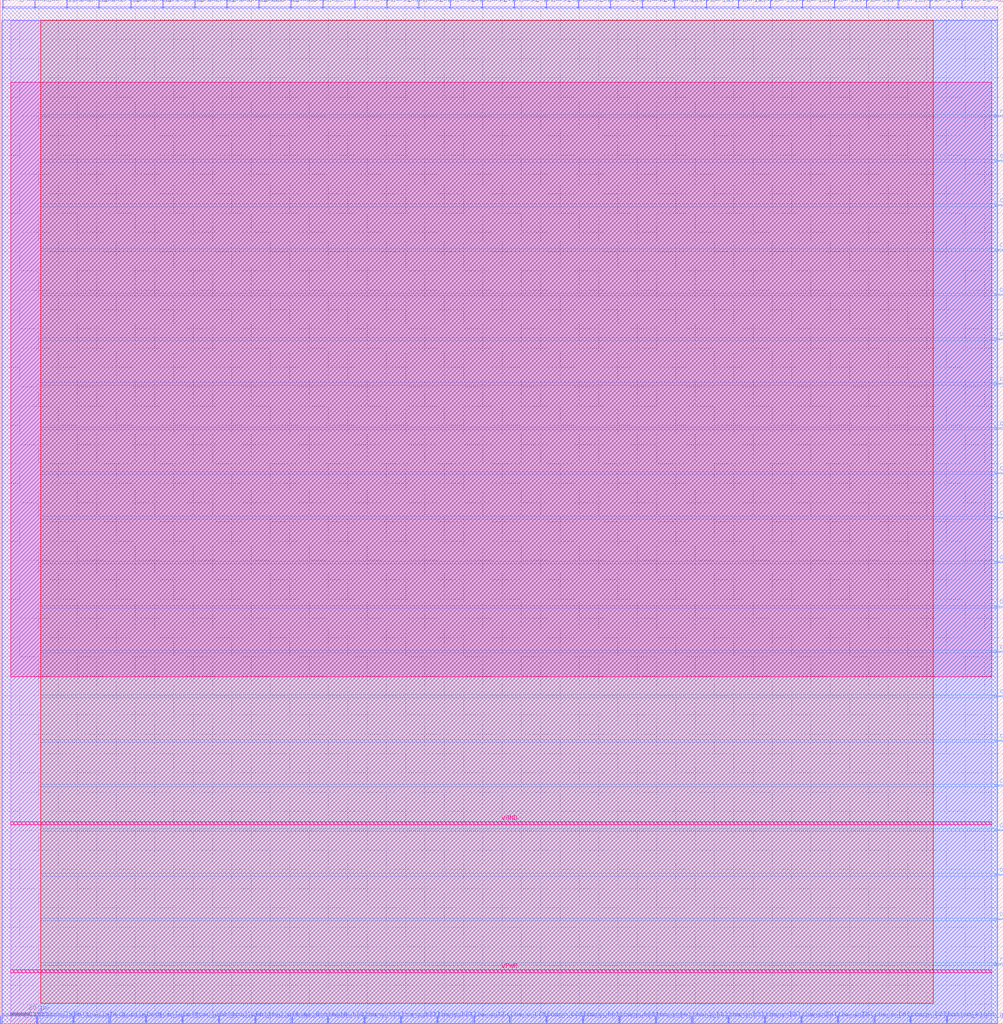
<source format=lef>
VERSION 5.7 ;
  NAMESCASESENSITIVE ON ;
  NOWIREEXTENSIONATPIN ON ;
  DIVIDERCHAR "/" ;
  BUSBITCHARS "[]" ;
UNITS
  DATABASE MICRONS 200 ;
END UNITS

MACRO sb_0__1_
  CLASS BLOCK ;
  FOREIGN sb_0__1_ ;
  ORIGIN 0.000 0.000 ;
  SIZE 519.595 BY 530.405 ;
  PIN ccff_head
    DIRECTION INPUT ;
    PORT
      LAYER met2 ;
        RECT 1.380 526.405 1.660 530.405 ;
    END
  END ccff_head
  PIN top_left_grid_pin_1_
    DIRECTION INPUT ;
    PORT
      LAYER met2 ;
        RECT 17.940 526.405 18.220 530.405 ;
    END
  END top_left_grid_pin_1_
  PIN top_left_grid_pin_3_
    DIRECTION INPUT ;
    PORT
      LAYER met2 ;
        RECT 34.500 526.405 34.780 530.405 ;
    END
  END top_left_grid_pin_3_
  PIN top_left_grid_pin_5_
    DIRECTION INPUT ;
    PORT
      LAYER met2 ;
        RECT 51.060 526.405 51.340 530.405 ;
    END
  END top_left_grid_pin_5_
  PIN top_left_grid_pin_7_
    DIRECTION INPUT ;
    PORT
      LAYER met2 ;
        RECT 67.620 526.405 67.900 530.405 ;
    END
  END top_left_grid_pin_7_
  PIN top_left_grid_pin_9_
    DIRECTION INPUT ;
    PORT
      LAYER met2 ;
        RECT 84.180 526.405 84.460 530.405 ;
    END
  END top_left_grid_pin_9_
  PIN top_left_grid_pin_11_
    DIRECTION INPUT ;
    PORT
      LAYER met2 ;
        RECT 100.740 526.405 101.020 530.405 ;
    END
  END top_left_grid_pin_11_
  PIN top_left_grid_pin_13_
    DIRECTION INPUT ;
    PORT
      LAYER met2 ;
        RECT 117.300 526.405 117.580 530.405 ;
    END
  END top_left_grid_pin_13_
  PIN top_left_grid_pin_15_
    DIRECTION OUTPUT TRISTATE ;
    PORT
      LAYER met2 ;
        RECT 133.860 526.405 134.140 530.405 ;
    END
  END top_left_grid_pin_15_
  PIN pReset
    DIRECTION INPUT ;
    PORT
      LAYER met2 ;
        RECT 150.420 526.405 150.700 530.405 ;
    END
  END pReset
  PIN prog_clk
    DIRECTION INPUT ;
    PORT
      LAYER met2 ;
        RECT 166.980 526.405 167.260 530.405 ;
    END
  END prog_clk
  PIN chany_top_out[0]
    DIRECTION OUTPUT TRISTATE ;
    PORT
      LAYER met2 ;
        RECT 183.540 526.405 183.820 530.405 ;
    END
  END chany_top_out[0]
  PIN chany_top_out[1]
    DIRECTION OUTPUT TRISTATE ;
    PORT
      LAYER met2 ;
        RECT 200.100 526.405 200.380 530.405 ;
    END
  END chany_top_out[1]
  PIN chany_top_out[2]
    DIRECTION OUTPUT TRISTATE ;
    PORT
      LAYER met2 ;
        RECT 216.660 526.405 216.940 530.405 ;
    END
  END chany_top_out[2]
  PIN chany_top_out[3]
    DIRECTION OUTPUT TRISTATE ;
    PORT
      LAYER met2 ;
        RECT 233.220 526.405 233.500 530.405 ;
    END
  END chany_top_out[3]
  PIN chany_top_out[4]
    DIRECTION OUTPUT TRISTATE ;
    PORT
      LAYER met2 ;
        RECT 249.780 526.405 250.060 530.405 ;
    END
  END chany_top_out[4]
  PIN chany_top_out[5]
    DIRECTION OUTPUT TRISTATE ;
    PORT
      LAYER met2 ;
        RECT 266.340 526.405 266.620 530.405 ;
    END
  END chany_top_out[5]
  PIN chany_top_out[6]
    DIRECTION OUTPUT TRISTATE ;
    PORT
      LAYER met2 ;
        RECT 282.900 526.405 283.180 530.405 ;
    END
  END chany_top_out[6]
  PIN chany_top_out[7]
    DIRECTION OUTPUT TRISTATE ;
    PORT
      LAYER met2 ;
        RECT 299.460 526.405 299.740 530.405 ;
    END
  END chany_top_out[7]
  PIN chany_top_out[8]
    DIRECTION OUTPUT TRISTATE ;
    PORT
      LAYER met2 ;
        RECT 316.020 526.405 316.300 530.405 ;
    END
  END chany_top_out[8]
  PIN chany_top_in[0]
    DIRECTION INPUT ;
    PORT
      LAYER met2 ;
        RECT 332.580 526.405 332.860 530.405 ;
    END
  END chany_top_in[0]
  PIN chany_top_in[1]
    DIRECTION INPUT ;
    PORT
      LAYER met2 ;
        RECT 349.140 526.405 349.420 530.405 ;
    END
  END chany_top_in[1]
  PIN chany_top_in[2]
    DIRECTION INPUT ;
    PORT
      LAYER met2 ;
        RECT 365.700 526.405 365.980 530.405 ;
    END
  END chany_top_in[2]
  PIN chany_top_in[3]
    DIRECTION INPUT ;
    PORT
      LAYER met2 ;
        RECT 382.260 526.405 382.540 530.405 ;
    END
  END chany_top_in[3]
  PIN chany_top_in[4]
    DIRECTION INPUT ;
    PORT
      LAYER met2 ;
        RECT 398.820 526.405 399.100 530.405 ;
    END
  END chany_top_in[4]
  PIN chany_top_in[5]
    DIRECTION INPUT ;
    PORT
      LAYER met2 ;
        RECT 415.380 526.405 415.660 530.405 ;
    END
  END chany_top_in[5]
  PIN chany_top_in[6]
    DIRECTION INPUT ;
    PORT
      LAYER met2 ;
        RECT 431.940 526.405 432.220 530.405 ;
    END
  END chany_top_in[6]
  PIN chany_top_in[7]
    DIRECTION INPUT ;
    PORT
      LAYER met2 ;
        RECT 448.500 526.405 448.780 530.405 ;
    END
  END chany_top_in[7]
  PIN chany_top_in[8]
    DIRECTION INPUT ;
    PORT
      LAYER met2 ;
        RECT 465.060 526.405 465.340 530.405 ;
    END
  END chany_top_in[8]
  PIN ccff_tail
    DIRECTION OUTPUT TRISTATE ;
    PORT
      LAYER met2 ;
        RECT 481.620 526.405 481.900 530.405 ;
    END
  END ccff_tail
  PIN top_right_grid_pin_11_
    DIRECTION INPUT ;
    PORT
      LAYER met2 ;
        RECT 498.180 526.405 498.460 530.405 ;
    END
  END top_right_grid_pin_11_
  PIN right_bottom_grid_pin_12_
    DIRECTION INPUT ;
    PORT
      LAYER met3 ;
        RECT 515.595 30.640 519.595 31.240 ;
    END
  END right_bottom_grid_pin_12_
  PIN chanx_right_out[0]
    DIRECTION OUTPUT TRISTATE ;
    PORT
      LAYER met3 ;
        RECT 515.595 53.760 519.595 54.360 ;
    END
  END chanx_right_out[0]
  PIN chanx_right_out[1]
    DIRECTION OUTPUT TRISTATE ;
    PORT
      LAYER met3 ;
        RECT 515.595 76.880 519.595 77.480 ;
    END
  END chanx_right_out[1]
  PIN chanx_right_out[2]
    DIRECTION OUTPUT TRISTATE ;
    PORT
      LAYER met3 ;
        RECT 515.595 100.000 519.595 100.600 ;
    END
  END chanx_right_out[2]
  PIN chanx_right_out[3]
    DIRECTION OUTPUT TRISTATE ;
    PORT
      LAYER met3 ;
        RECT 515.595 123.120 519.595 123.720 ;
    END
  END chanx_right_out[3]
  PIN chanx_right_out[4]
    DIRECTION OUTPUT TRISTATE ;
    PORT
      LAYER met3 ;
        RECT 515.595 146.240 519.595 146.840 ;
    END
  END chanx_right_out[4]
  PIN chanx_right_out[5]
    DIRECTION OUTPUT TRISTATE ;
    PORT
      LAYER met3 ;
        RECT 515.595 169.360 519.595 169.960 ;
    END
  END chanx_right_out[5]
  PIN chanx_right_out[6]
    DIRECTION OUTPUT TRISTATE ;
    PORT
      LAYER met3 ;
        RECT 515.595 192.480 519.595 193.080 ;
    END
  END chanx_right_out[6]
  PIN chanx_right_out[7]
    DIRECTION OUTPUT TRISTATE ;
    PORT
      LAYER met3 ;
        RECT 515.595 215.600 519.595 216.200 ;
    END
  END chanx_right_out[7]
  PIN chanx_right_out[8]
    DIRECTION OUTPUT TRISTATE ;
    PORT
      LAYER met3 ;
        RECT 515.595 238.720 519.595 239.320 ;
    END
  END chanx_right_out[8]
  PIN chanx_right_in[0]
    DIRECTION INPUT ;
    PORT
      LAYER met3 ;
        RECT 515.595 261.840 519.595 262.440 ;
    END
  END chanx_right_in[0]
  PIN chanx_right_in[1]
    DIRECTION INPUT ;
    PORT
      LAYER met3 ;
        RECT 515.595 284.960 519.595 285.560 ;
    END
  END chanx_right_in[1]
  PIN chanx_right_in[2]
    DIRECTION INPUT ;
    PORT
      LAYER met3 ;
        RECT 515.595 308.080 519.595 308.680 ;
    END
  END chanx_right_in[2]
  PIN chanx_right_in[3]
    DIRECTION INPUT ;
    PORT
      LAYER met3 ;
        RECT 515.595 331.200 519.595 331.800 ;
    END
  END chanx_right_in[3]
  PIN chanx_right_in[4]
    DIRECTION INPUT ;
    PORT
      LAYER met3 ;
        RECT 515.595 354.320 519.595 354.920 ;
    END
  END chanx_right_in[4]
  PIN chanx_right_in[5]
    DIRECTION INPUT ;
    PORT
      LAYER met3 ;
        RECT 515.595 377.440 519.595 378.040 ;
    END
  END chanx_right_in[5]
  PIN chanx_right_in[6]
    DIRECTION INPUT ;
    PORT
      LAYER met3 ;
        RECT 515.595 400.560 519.595 401.160 ;
    END
  END chanx_right_in[6]
  PIN chanx_right_in[7]
    DIRECTION INPUT ;
    PORT
      LAYER met3 ;
        RECT 515.595 423.680 519.595 424.280 ;
    END
  END chanx_right_in[7]
  PIN chanx_right_in[8]
    DIRECTION INPUT ;
    PORT
      LAYER met3 ;
        RECT 515.595 446.800 519.595 447.400 ;
    END
  END chanx_right_in[8]
  PIN right_top_grid_pin_10_
    DIRECTION INPUT ;
    PORT
      LAYER met3 ;
        RECT 515.595 469.920 519.595 470.520 ;
    END
  END right_top_grid_pin_10_
  PIN bottom_left_grid_pin_1_
    DIRECTION INPUT ;
    PORT
      LAYER met2 ;
        RECT 0.000 0.000 0.280 4.000 ;
    END
  END bottom_left_grid_pin_1_
  PIN bottom_left_grid_pin_3_
    DIRECTION INPUT ;
    PORT
      LAYER met2 ;
        RECT 18.860 0.000 19.140 4.000 ;
    END
  END bottom_left_grid_pin_3_
  PIN bottom_left_grid_pin_5_
    DIRECTION INPUT ;
    PORT
      LAYER met2 ;
        RECT 37.720 0.000 38.000 4.000 ;
    END
  END bottom_left_grid_pin_5_
  PIN bottom_left_grid_pin_7_
    DIRECTION INPUT ;
    PORT
      LAYER met2 ;
        RECT 56.580 0.000 56.860 4.000 ;
    END
  END bottom_left_grid_pin_7_
  PIN bottom_left_grid_pin_9_
    DIRECTION INPUT ;
    PORT
      LAYER met2 ;
        RECT 75.440 0.000 75.720 4.000 ;
    END
  END bottom_left_grid_pin_9_
  PIN bottom_left_grid_pin_11_
    DIRECTION INPUT ;
    PORT
      LAYER met2 ;
        RECT 94.300 0.000 94.580 4.000 ;
    END
  END bottom_left_grid_pin_11_
  PIN bottom_left_grid_pin_13_
    DIRECTION INPUT ;
    PORT
      LAYER met2 ;
        RECT 113.160 0.000 113.440 4.000 ;
    END
  END bottom_left_grid_pin_13_
  PIN bottom_left_grid_pin_15_
    DIRECTION INPUT ;
    PORT
      LAYER met2 ;
        RECT 132.020 0.000 132.300 4.000 ;
    END
  END bottom_left_grid_pin_15_
  PIN chany_bottom_out[0]
    DIRECTION OUTPUT TRISTATE ;
    PORT
      LAYER met2 ;
        RECT 150.880 0.000 151.160 4.000 ;
    END
  END chany_bottom_out[0]
  PIN chany_bottom_out[1]
    DIRECTION OUTPUT TRISTATE ;
    PORT
      LAYER met2 ;
        RECT 169.740 0.000 170.020 4.000 ;
    END
  END chany_bottom_out[1]
  PIN chany_bottom_out[2]
    DIRECTION OUTPUT TRISTATE ;
    PORT
      LAYER met2 ;
        RECT 188.600 0.000 188.880 4.000 ;
    END
  END chany_bottom_out[2]
  PIN chany_bottom_out[3]
    DIRECTION OUTPUT TRISTATE ;
    PORT
      LAYER met2 ;
        RECT 207.460 0.000 207.740 4.000 ;
    END
  END chany_bottom_out[3]
  PIN chany_bottom_out[4]
    DIRECTION OUTPUT TRISTATE ;
    PORT
      LAYER met2 ;
        RECT 226.320 0.000 226.600 4.000 ;
    END
  END chany_bottom_out[4]
  PIN chany_bottom_out[5]
    DIRECTION OUTPUT TRISTATE ;
    PORT
      LAYER met2 ;
        RECT 245.180 0.000 245.460 4.000 ;
    END
  END chany_bottom_out[5]
  PIN chany_bottom_out[6]
    DIRECTION OUTPUT TRISTATE ;
    PORT
      LAYER met2 ;
        RECT 264.040 0.000 264.320 4.000 ;
    END
  END chany_bottom_out[6]
  PIN chany_bottom_out[7]
    DIRECTION OUTPUT TRISTATE ;
    PORT
      LAYER met2 ;
        RECT 282.900 0.000 283.180 4.000 ;
    END
  END chany_bottom_out[7]
  PIN chany_bottom_out[8]
    DIRECTION OUTPUT TRISTATE ;
    PORT
      LAYER met2 ;
        RECT 301.760 0.000 302.040 4.000 ;
    END
  END chany_bottom_out[8]
  PIN chany_bottom_in[0]
    DIRECTION INPUT ;
    PORT
      LAYER met2 ;
        RECT 320.620 0.000 320.900 4.000 ;
    END
  END chany_bottom_in[0]
  PIN chany_bottom_in[1]
    DIRECTION INPUT ;
    PORT
      LAYER met2 ;
        RECT 339.480 0.000 339.760 4.000 ;
    END
  END chany_bottom_in[1]
  PIN chany_bottom_in[2]
    DIRECTION INPUT ;
    PORT
      LAYER met2 ;
        RECT 358.340 0.000 358.620 4.000 ;
    END
  END chany_bottom_in[2]
  PIN chany_bottom_in[3]
    DIRECTION INPUT ;
    PORT
      LAYER met2 ;
        RECT 377.200 0.000 377.480 4.000 ;
    END
  END chany_bottom_in[3]
  PIN chany_bottom_in[4]
    DIRECTION INPUT ;
    PORT
      LAYER met2 ;
        RECT 396.060 0.000 396.340 4.000 ;
    END
  END chany_bottom_in[4]
  PIN chany_bottom_in[5]
    DIRECTION INPUT ;
    PORT
      LAYER met2 ;
        RECT 414.920 0.000 415.200 4.000 ;
    END
  END chany_bottom_in[5]
  PIN chany_bottom_in[6]
    DIRECTION INPUT ;
    PORT
      LAYER met2 ;
        RECT 433.780 0.000 434.060 4.000 ;
    END
  END chany_bottom_in[6]
  PIN chany_bottom_in[7]
    DIRECTION INPUT ;
    PORT
      LAYER met2 ;
        RECT 452.640 0.000 452.920 4.000 ;
    END
  END chany_bottom_in[7]
  PIN chany_bottom_in[8]
    DIRECTION INPUT ;
    PORT
      LAYER met2 ;
        RECT 471.500 0.000 471.780 4.000 ;
    END
  END chany_bottom_in[8]
  PIN bottom_right_grid_pin_11_
    DIRECTION INPUT ;
    PORT
      LAYER met2 ;
        RECT 490.360 0.000 490.640 4.000 ;
    END
  END bottom_right_grid_pin_11_
  PIN VPWR
    DIRECTION INPUT ;
    USE POWER ;
    PORT
      LAYER met5 ;
        RECT 5.430 26.490 513.730 28.090 ;
    END
  END VPWR
  PIN VGND
    DIRECTION INPUT ;
    USE GROUND ;
    PORT
      LAYER met5 ;
        RECT 5.430 103.080 513.730 104.680 ;
    END
  END VGND
  OBS
      LAYER li1 ;
        RECT 5.430 0.085 513.730 519.605 ;
      LAYER met1 ;
        RECT 0.900 0.040 516.420 519.760 ;
      LAYER met2 ;
        RECT 0.930 526.125 1.100 526.730 ;
        RECT 1.940 526.125 17.660 526.730 ;
        RECT 18.500 526.125 34.220 526.730 ;
        RECT 35.060 526.125 50.780 526.730 ;
        RECT 51.620 526.125 67.340 526.730 ;
        RECT 68.180 526.125 83.900 526.730 ;
        RECT 84.740 526.125 100.460 526.730 ;
        RECT 101.300 526.125 117.020 526.730 ;
        RECT 117.860 526.125 133.580 526.730 ;
        RECT 134.420 526.125 150.140 526.730 ;
        RECT 150.980 526.125 166.700 526.730 ;
        RECT 167.540 526.125 183.260 526.730 ;
        RECT 184.100 526.125 199.820 526.730 ;
        RECT 200.660 526.125 216.380 526.730 ;
        RECT 217.220 526.125 232.940 526.730 ;
        RECT 233.780 526.125 249.500 526.730 ;
        RECT 250.340 526.125 266.060 526.730 ;
        RECT 266.900 526.125 282.620 526.730 ;
        RECT 283.460 526.125 299.180 526.730 ;
        RECT 300.020 526.125 315.740 526.730 ;
        RECT 316.580 526.125 332.300 526.730 ;
        RECT 333.140 526.125 348.860 526.730 ;
        RECT 349.700 526.125 365.420 526.730 ;
        RECT 366.260 526.125 381.980 526.730 ;
        RECT 382.820 526.125 398.540 526.730 ;
        RECT 399.380 526.125 415.100 526.730 ;
        RECT 415.940 526.125 431.660 526.730 ;
        RECT 432.500 526.125 448.220 526.730 ;
        RECT 449.060 526.125 464.780 526.730 ;
        RECT 465.620 526.125 481.340 526.730 ;
        RECT 482.180 526.125 497.900 526.730 ;
        RECT 498.740 526.125 516.860 526.730 ;
        RECT 0.930 4.280 516.860 526.125 ;
        RECT 0.930 0.010 18.580 4.280 ;
        RECT 19.420 0.010 37.440 4.280 ;
        RECT 38.280 0.010 56.300 4.280 ;
        RECT 57.140 0.010 75.160 4.280 ;
        RECT 76.000 0.010 94.020 4.280 ;
        RECT 94.860 0.010 112.880 4.280 ;
        RECT 113.720 0.010 131.740 4.280 ;
        RECT 132.580 0.010 150.600 4.280 ;
        RECT 151.440 0.010 169.460 4.280 ;
        RECT 170.300 0.010 188.320 4.280 ;
        RECT 189.160 0.010 207.180 4.280 ;
        RECT 208.020 0.010 226.040 4.280 ;
        RECT 226.880 0.010 244.900 4.280 ;
        RECT 245.740 0.010 263.760 4.280 ;
        RECT 264.600 0.010 282.620 4.280 ;
        RECT 283.460 0.010 301.480 4.280 ;
        RECT 302.320 0.010 320.340 4.280 ;
        RECT 321.180 0.010 339.200 4.280 ;
        RECT 340.040 0.010 358.060 4.280 ;
        RECT 358.900 0.010 376.920 4.280 ;
        RECT 377.760 0.010 395.780 4.280 ;
        RECT 396.620 0.010 414.640 4.280 ;
        RECT 415.480 0.010 433.500 4.280 ;
        RECT 434.340 0.010 452.360 4.280 ;
        RECT 453.200 0.010 471.220 4.280 ;
        RECT 472.060 0.010 490.080 4.280 ;
        RECT 490.920 0.010 516.860 4.280 ;
      LAYER met3 ;
        RECT 20.950 470.920 516.640 519.685 ;
        RECT 20.950 469.520 515.195 470.920 ;
        RECT 20.950 447.800 516.640 469.520 ;
        RECT 20.950 446.400 515.195 447.800 ;
        RECT 20.950 424.680 516.640 446.400 ;
        RECT 20.950 423.280 515.195 424.680 ;
        RECT 20.950 401.560 516.640 423.280 ;
        RECT 20.950 400.160 515.195 401.560 ;
        RECT 20.950 378.440 516.640 400.160 ;
        RECT 20.950 377.040 515.195 378.440 ;
        RECT 20.950 355.320 516.640 377.040 ;
        RECT 20.950 353.920 515.195 355.320 ;
        RECT 20.950 332.200 516.640 353.920 ;
        RECT 20.950 330.800 515.195 332.200 ;
        RECT 20.950 309.080 516.640 330.800 ;
        RECT 20.950 307.680 515.195 309.080 ;
        RECT 20.950 285.960 516.640 307.680 ;
        RECT 20.950 284.560 515.195 285.960 ;
        RECT 20.950 262.840 516.640 284.560 ;
        RECT 20.950 261.440 515.195 262.840 ;
        RECT 20.950 239.720 516.640 261.440 ;
        RECT 20.950 238.320 515.195 239.720 ;
        RECT 20.950 216.600 516.640 238.320 ;
        RECT 20.950 215.200 515.195 216.600 ;
        RECT 20.950 193.480 516.640 215.200 ;
        RECT 20.950 192.080 515.195 193.480 ;
        RECT 20.950 170.360 516.640 192.080 ;
        RECT 20.950 168.960 515.195 170.360 ;
        RECT 20.950 147.240 516.640 168.960 ;
        RECT 20.950 145.840 515.195 147.240 ;
        RECT 20.950 124.120 516.640 145.840 ;
        RECT 20.950 122.720 515.195 124.120 ;
        RECT 20.950 101.000 516.640 122.720 ;
        RECT 20.950 99.600 515.195 101.000 ;
        RECT 20.950 77.880 516.640 99.600 ;
        RECT 20.950 76.480 515.195 77.880 ;
        RECT 20.950 54.760 516.640 76.480 ;
        RECT 20.950 53.360 515.195 54.760 ;
        RECT 20.950 31.640 516.640 53.360 ;
        RECT 20.950 30.240 515.195 31.640 ;
        RECT 20.950 0.175 516.640 30.240 ;
      LAYER met4 ;
        RECT 20.950 10.640 483.350 519.760 ;
      LAYER met5 ;
        RECT 5.430 179.670 513.730 487.630 ;
  END
END sb_0__1_
END LIBRARY


</source>
